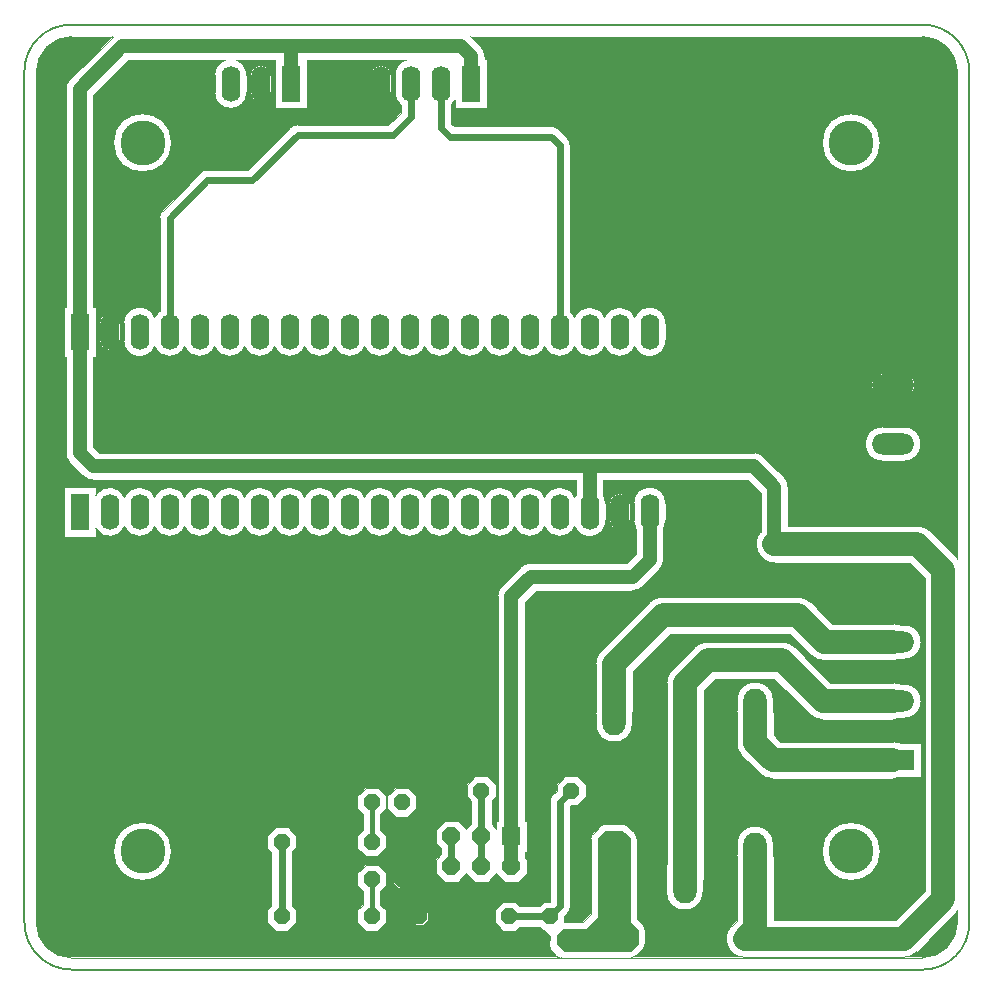
<source format=gbr>
G04 DesignSpark PCB Gerber Version 11.0 Build 5877*
%FSLAX35Y35*%
%MOIN*%
%AMT24*0 Octagon Pad at angle 0*4,1,8,-0.01077,-0.02600,0.01077,-0.02600,0.02600,-0.01077,0.02600,0.01077,0.01077,0.02600,-0.01077,0.02600,-0.02600,0.01077,-0.02600,-0.01077,-0.01077,-0.02600,0*%
%ADD24T24*%
%AMT73*0 Octagon Pad at angle 0*4,1,8,-0.01243,-0.03000,0.01243,-0.03000,0.03000,-0.01243,0.03000,0.01243,0.01243,0.03000,-0.01243,0.03000,-0.03000,0.01243,-0.03000,-0.01243,-0.01243,-0.03000,0*%
%ADD73T73*%
%ADD23O,0.06299X0.12000*%
%ADD28O,0.07800X0.15600*%
%ADD22R,0.06299X0.12000*%
%ADD72R,0.06000X0.06000*%
%ADD19C,0.00394*%
%ADD12C,0.00500*%
%ADD10C,0.01500*%
%ADD70C,0.02362*%
%ADD71C,0.04724*%
%ADD21C,0.06000*%
%ADD25C,0.06600*%
%ADD86C,0.07874*%
%ADD20C,0.14961*%
%ADD27O,0.14100X0.07050*%
%ADD26R,0.14100X0.07050*%
X0Y0D02*
D02*
D10*
X1758228Y1672638D02*
Y1660256D01*
Y1698268D02*
Y1685118D01*
D02*
D12*
X1957480Y1658031D02*
Y1941929D01*
G75*
G03*
X1941929Y1957480I-15551J0D01*
G01*
X1658031D01*
G75*
G03*
X1642520Y1941969I0J-15512D01*
G01*
Y1658268D01*
G75*
G03*
X1658268Y1642520I15748J0D01*
G01*
X1941969D01*
G75*
G03*
X1957480Y1658031I0J15512D01*
G01*
D02*
D19*
X1665504Y1846881D02*
Y1816652D01*
X1667322Y1814835D01*
X1885626D01*
G75*
G02*
X1888854Y1813499I4J-4559D01*
G01*
X1895743Y1806609D01*
G75*
G02*
X1897079Y1803386I-3224J-3224D01*
G01*
Y1790386D01*
X1940157D01*
G75*
G02*
X1944498Y1788586I0J-6134D01*
G01*
X1953192Y1779892D01*
G75*
G02*
X1953543Y1779510I-4337J-4341D01*
G01*
Y1941772D01*
G75*
G03*
X1941772Y1953543I-11772J0D01*
G01*
X1791248D01*
G75*
G02*
X1791334Y1953460I-3143J-3303D01*
G01*
X1794602Y1950192D01*
G75*
G02*
X1795937Y1946969I-3224J-3224D01*
G01*
Y1945991D01*
X1796725D01*
Y1929598D01*
X1786032D01*
Y1932312D01*
G75*
G02*
X1784756Y1930800I-4654J2632D01*
G01*
Y1924509D01*
X1785691Y1923575D01*
X1818110D01*
G75*
G02*
X1820502Y1922582I0J-3378D01*
G01*
X1823330Y1919754D01*
G75*
G02*
X1824323Y1917362I-2385J-2392D01*
G01*
Y1862073D01*
G75*
G02*
X1825945Y1859822I-3378J-4144D01*
G01*
G75*
G02*
X1835945I5000J-1893D01*
G01*
G75*
G02*
X1845945I5000J-1893D01*
G01*
G75*
G02*
X1856292Y1857928I5000J-1893D01*
G01*
Y1852228D01*
G75*
G02*
X1845945Y1850334I-5346J0D01*
G01*
G75*
G02*
X1835945I-5000J1893D01*
G01*
G75*
G02*
X1825945I-5000J1893D01*
G01*
G75*
G02*
X1815945I-5000J1893D01*
G01*
G75*
G02*
X1805945I-5000J1893D01*
G01*
G75*
G02*
X1795945I-5000J1893D01*
G01*
G75*
G02*
X1785945I-5000J1893D01*
G01*
G75*
G02*
X1775945I-5000J1893D01*
G01*
G75*
G02*
X1765945I-5000J1893D01*
G01*
G75*
G02*
X1755945I-5000J1893D01*
G01*
G75*
G02*
X1745945I-5000J1893D01*
G01*
G75*
G02*
X1735945I-5000J1893D01*
G01*
G75*
G02*
X1725945I-5000J1893D01*
G01*
G75*
G02*
X1715945I-5000J1893D01*
G01*
G75*
G02*
X1705945I-5000J1893D01*
G01*
G75*
G02*
X1695945I-5000J1893D01*
G01*
G75*
G02*
X1685945I-5000J1893D01*
G01*
G75*
G02*
X1675599Y1852228I-5000J1893D01*
G01*
Y1857928D01*
G75*
G02*
X1685945Y1859822I5346J0D01*
G01*
G75*
G02*
X1687567Y1862072I5000J-1893D01*
G01*
Y1893106D01*
G75*
G02*
Y1893109I1014J2D01*
G01*
G75*
G02*
Y1893110I765J0D01*
G01*
G75*
G02*
X1688556Y1895499I3378J0D01*
G01*
X1701115Y1908058D01*
G75*
G02*
X1703508Y1909047I2389J-2389D01*
G01*
X1717144D01*
X1731194Y1923097D01*
G75*
G02*
X1733587Y1924087I2389J-2389D01*
G01*
X1763876D01*
X1768000Y1928210D01*
Y1930800D01*
G75*
G02*
X1766032Y1934944I3378J4144D01*
G01*
Y1940645D01*
G75*
G02*
X1769572Y1945677I5346J0D01*
G01*
X1736607D01*
Y1929598D01*
X1725914D01*
Y1945677D01*
X1713066D01*
G75*
G02*
X1716607Y1940645I-1806J-5032D01*
G01*
Y1934944D01*
G75*
G02*
X1705914I-5346J0D01*
G01*
Y1940645D01*
G75*
G02*
X1709454Y1945677I5346J0D01*
G01*
X1677046D01*
X1665504Y1934135D01*
Y1863275D01*
X1666292D01*
Y1846881D01*
X1665504D01*
X1908433Y1918110D02*
G75*
G02*
X1927787I9677J0D01*
G01*
G75*
G02*
X1908433I-9677J0D01*
G01*
X1935611Y1823440D02*
G75*
G02*
Y1811995I0J-5722D01*
G01*
X1928563D01*
G75*
G02*
Y1823440I0J5722D01*
G01*
X1935611D01*
Y1841121D02*
G75*
G02*
X1939331Y1837401I0J-3720D01*
G01*
G75*
G02*
X1935611Y1833680I-3720J0D01*
G01*
X1928563D01*
G75*
G02*
X1924843Y1837401I0J3720D01*
G01*
G75*
G02*
X1928563Y1841121I3720J0D01*
G01*
X1935611D01*
X1758032Y1940645D02*
G75*
G02*
X1764721I3344J0D01*
G01*
Y1934944D01*
G75*
G02*
X1758032I-3344J0D01*
G01*
Y1940645D01*
X1717914D02*
G75*
G02*
X1724603I3344J0D01*
G01*
Y1934944D01*
G75*
G02*
X1717914I-3344J0D01*
G01*
Y1940645D01*
X1667599Y1857928D02*
G75*
G02*
X1674288I3344J0D01*
G01*
Y1852228D01*
G75*
G02*
X1667599I-3344J0D01*
G01*
Y1857928D01*
X1672213Y1918110D02*
G75*
G02*
X1691567I9677J0D01*
G01*
G75*
G02*
X1672213I-9677J0D01*
G01*
X1665701Y1817718D02*
G36*
X1665701Y1817718D02*
Y1816456D01*
X1667322Y1814835D01*
X1885626D01*
G75*
G02*
X1888854Y1813499I3J-4561D01*
G01*
X1895743Y1806609D01*
G75*
G02*
X1897079Y1803386I-3226J-3225D01*
G01*
Y1790386D01*
X1940157D01*
G75*
G02*
X1944498Y1788586I0J-6133D01*
G01*
X1953192Y1779892D01*
G75*
G02*
X1953346Y1779732I-4501J-4490D01*
G01*
Y1817718D01*
X1941333D01*
G75*
G02*
X1935611Y1811995I-5722J0D01*
G01*
X1928563D01*
G75*
G02*
X1922841Y1817718I0J5722D01*
G01*
X1665701D01*
G37*
Y1837401D02*
G36*
X1665701Y1837401D02*
Y1817718D01*
X1922841D01*
G75*
G02*
X1928563Y1823440I5722J0D01*
G01*
X1935611D01*
G75*
G02*
X1941333Y1817718I0J-5722D01*
G01*
X1953346D01*
Y1837401D01*
X1939331D01*
G75*
G02*
X1935611Y1833680I-3720J0D01*
G01*
X1928563D01*
G75*
G02*
X1924843Y1837401I0J3720D01*
G01*
X1665701D01*
G37*
Y1846881D02*
G36*
X1665701Y1846881D02*
Y1837401D01*
X1924843D01*
G75*
G02*
X1928563Y1841121I3720J0D01*
G01*
X1935611D01*
G75*
G02*
X1939331Y1837401I0J-3720D01*
G01*
X1953346D01*
Y1855078D01*
X1856292D01*
Y1852228D01*
G75*
G02*
X1845945Y1850334I-5346J0D01*
G01*
G75*
G02*
X1835945I-5000J1893D01*
G01*
G75*
G02*
X1825945I-5000J1893D01*
G01*
G75*
G02*
X1815945I-5000J1893D01*
G01*
G75*
G02*
X1805945I-5000J1893D01*
G01*
G75*
G02*
X1795945I-5000J1893D01*
G01*
G75*
G02*
X1785945I-5000J1893D01*
G01*
G75*
G02*
X1775945I-5000J1893D01*
G01*
G75*
G02*
X1765945I-5000J1893D01*
G01*
G75*
G02*
X1755945I-5000J1893D01*
G01*
G75*
G02*
X1745945I-5000J1893D01*
G01*
G75*
G02*
X1735945I-5000J1893D01*
G01*
G75*
G02*
X1725945I-5000J1893D01*
G01*
G75*
G02*
X1715945I-5000J1893D01*
G01*
G75*
G02*
X1705945I-5000J1893D01*
G01*
G75*
G02*
X1695945I-5000J1893D01*
G01*
G75*
G02*
X1685945I-5000J1893D01*
G01*
G75*
G02*
X1675599Y1852228I-5000J1893D01*
G01*
Y1855078D01*
X1674288D01*
Y1852228D01*
G75*
G02*
X1667599I-3344J0D01*
G01*
Y1855078D01*
X1666292D01*
Y1846881D01*
X1665701D01*
G37*
Y1918110D02*
G36*
X1665701Y1918110D02*
Y1863275D01*
X1666292D01*
Y1855078D01*
X1667599D01*
Y1857928D01*
G75*
G02*
X1674288I3344J0D01*
G01*
Y1855078D01*
X1675599D01*
Y1857928D01*
G75*
G02*
X1685945Y1859822I5346J0D01*
G01*
G75*
G02*
X1687567Y1862072I4996J-1891D01*
G01*
Y1893106D01*
Y1893109D01*
Y1893110D01*
G75*
G02*
X1688556Y1895499I3378J0D01*
G01*
X1701115Y1908058D01*
G75*
G02*
X1703508Y1909047I2388J-2387D01*
G01*
X1717144D01*
X1726207Y1918110D01*
X1691567D01*
G75*
G02*
X1672213I-9677J0D01*
G01*
X1665701D01*
G37*
X1824323Y1917362D02*
G36*
X1824323Y1917362D02*
Y1862073D01*
G75*
G02*
X1825945Y1859822I-3377J-4144D01*
G01*
G75*
G02*
X1835945I5000J-1893D01*
G01*
G75*
G02*
X1845945I5000J-1893D01*
G01*
G75*
G02*
X1856292Y1857928I5000J-1893D01*
G01*
Y1855078D01*
X1953346D01*
Y1918110D01*
X1927787D01*
G75*
G02*
X1908433I-9677J0D01*
G01*
X1824239D01*
G75*
G02*
X1824323Y1917362I-3297J-748D01*
G01*
G37*
X1665701Y1934332D02*
G36*
X1665701Y1934332D02*
Y1918110D01*
X1672213D01*
G75*
G02*
X1691567I9677J0D01*
G01*
X1726207D01*
X1731194Y1923097D01*
G75*
G02*
X1733587Y1924087I2388J-2387D01*
G01*
X1763876D01*
X1768000Y1928210D01*
Y1930800D01*
G75*
G02*
X1766032Y1934944I3377J4143D01*
G01*
Y1934944D01*
Y1937794D01*
X1764721D01*
Y1934944D01*
G75*
G02*
X1758032I-3344J0D01*
G01*
Y1937794D01*
X1736607D01*
Y1929598D01*
X1725914D01*
Y1937794D01*
X1724603D01*
Y1934944D01*
G75*
G02*
X1717914I-3344J0D01*
G01*
Y1937794D01*
X1716607D01*
Y1934944D01*
G75*
G02*
X1705914I-5346J0D01*
G01*
Y1937794D01*
X1669163D01*
X1665701Y1934332D01*
G37*
X1784756Y1930800D02*
G36*
X1784756Y1930800D02*
Y1924509D01*
X1785691Y1923575D01*
X1818110D01*
G75*
G02*
X1820502Y1922582I-1J-3381D01*
G01*
X1823330Y1919754D01*
G75*
G02*
X1824239Y1918110I-2388J-2394D01*
G01*
X1908433D01*
G75*
G02*
X1927787I9677J0D01*
G01*
X1953346D01*
Y1937794D01*
X1796725D01*
Y1929598D01*
X1786032D01*
Y1932312D01*
G75*
G02*
X1784756Y1930800I-4647J2627D01*
G01*
G37*
X1677046Y1945677D02*
G36*
X1677046Y1945677D02*
X1669163Y1937794D01*
X1705914D01*
Y1940645D01*
Y1940645D01*
G75*
G02*
X1709454Y1945677I5346J0D01*
G01*
X1677046D01*
G37*
X1716607Y1940645D02*
G36*
X1716607Y1940645D02*
Y1937794D01*
X1717914D01*
Y1940645D01*
G75*
G02*
X1724603I3344J0D01*
G01*
Y1937794D01*
X1725914D01*
Y1945677D01*
X1713066D01*
G75*
G02*
X1716607Y1940645I-1806J-5032D01*
G01*
Y1940645D01*
G37*
X1736607Y1945677D02*
G36*
X1736607Y1945677D02*
Y1937794D01*
X1758032D01*
Y1940645D01*
G75*
G02*
X1764721I3344J0D01*
G01*
Y1937794D01*
X1766032D01*
Y1940645D01*
Y1940645D01*
G75*
G02*
X1769572Y1945677I5346J0D01*
G01*
X1736607D01*
G37*
X1791447Y1953346D02*
G36*
X1791447Y1953346D02*
X1794602Y1950192D01*
G75*
G02*
X1795937Y1946969I-3226J-3225D01*
G01*
Y1945991D01*
X1796725D01*
Y1937794D01*
X1953346D01*
Y1943915D01*
G75*
G03*
X1943915Y1953346I-11575J-2144D01*
G01*
X1791447D01*
G37*
X1821116Y1646457D02*
G75*
G02*
X1820118Y1646850I197J1959D01*
G01*
X1819685Y1647166D01*
X1818937Y1647913D01*
G75*
G02*
X1817441Y1650865I2815J3282D01*
G01*
Y1650866D01*
G75*
G02*
X1817554Y1652388I2177J604D01*
G01*
Y1653636D01*
X1814312Y1656878D01*
X1807499D01*
X1806080Y1655459D01*
X1802109D01*
X1799298Y1658270D01*
Y1662242D01*
X1802109Y1665053D01*
X1806080D01*
X1807499Y1663634D01*
X1814312D01*
X1815731Y1665053D01*
X1817736D01*
X1817764Y1665080D01*
Y1698500D01*
G75*
G02*
Y1698503I1014J2D01*
G01*
G75*
G02*
Y1698504I765J0D01*
G01*
G75*
G02*
X1818753Y1700893I3378J0D01*
G01*
X1820046Y1702185D01*
Y1704191D01*
X1822857Y1707002D01*
X1826828D01*
X1829639Y1704191D01*
Y1700219D01*
X1826828Y1697408D01*
X1824823D01*
X1824520Y1697105D01*
Y1663685D01*
G75*
G02*
Y1663682I-1014J-2D01*
G01*
G75*
G02*
Y1663681I-765J0D01*
G01*
G75*
G02*
X1823530Y1661293I-3378J0D01*
G01*
X1822513Y1660276D01*
Y1658535D01*
X1828615D01*
X1831228Y1661149D01*
Y1686102D01*
G75*
G02*
X1831930Y1687795I2394J0D01*
G01*
X1834489Y1690354D01*
G75*
G02*
X1836183Y1691055I1693J-1693D01*
G01*
X1841849D01*
G75*
G02*
X1843543Y1690354I1J-2394D01*
G01*
X1845944Y1687952D01*
G75*
G02*
X1846646Y1686260I-1693J-1693D01*
G01*
Y1659495D01*
X1848700Y1657441D01*
G75*
G02*
X1849402Y1655748I-1693J-1693D01*
G01*
Y1651063D01*
G75*
G02*
X1848700Y1649370I-2394J0D01*
G01*
X1846496Y1647166D01*
G75*
G02*
X1844802Y1646465I-1693J1693D01*
G01*
X1821576D01*
G75*
G02*
X1821509Y1646457I-263J1952D01*
G01*
X1941811D01*
G75*
G03*
X1953543Y1658189I0J11732D01*
G01*
Y1662104D01*
G75*
G02*
X1953192Y1661722I-4688J3959D01*
G01*
X1939892Y1648422D01*
G75*
G02*
X1935551Y1646622I-4341J4334D01*
G01*
X1882697D01*
G75*
G02*
X1878331Y1657163I-99J6133D01*
G01*
X1879965Y1658796D01*
Y1680343D01*
G75*
G02*
X1880000Y1681004I6133J0D01*
G01*
Y1684243D01*
G75*
G02*
X1892195I6098J0D01*
G01*
Y1681015D01*
G75*
G02*
X1892232Y1680343I-6097J-673D01*
G01*
Y1658890D01*
X1933011D01*
X1942724Y1668604D01*
Y1773011D01*
X1937617Y1778118D01*
X1892520D01*
G75*
G02*
X1887961Y1788356I0J6134D01*
G01*
Y1801497D01*
X1883741Y1805717D01*
X1835504D01*
Y1800722D01*
G75*
G02*
X1836292Y1797928I-4559J-2793D01*
G01*
Y1792228D01*
G75*
G02*
X1825945Y1790334I-5346J0D01*
G01*
G75*
G02*
X1815945I-5000J1893D01*
G01*
G75*
G02*
X1805945I-5000J1893D01*
G01*
G75*
G02*
X1795945I-5000J1893D01*
G01*
G75*
G02*
X1785945I-5000J1893D01*
G01*
G75*
G02*
X1775945I-5000J1893D01*
G01*
G75*
G02*
X1765945I-5000J1893D01*
G01*
G75*
G02*
X1755945I-5000J1893D01*
G01*
G75*
G02*
X1745945I-5000J1893D01*
G01*
G75*
G02*
X1735945I-5000J1893D01*
G01*
G75*
G02*
X1725945I-5000J1893D01*
G01*
G75*
G02*
X1715945I-5000J1893D01*
G01*
G75*
G02*
X1705945I-5000J1893D01*
G01*
G75*
G02*
X1695945I-5000J1893D01*
G01*
G75*
G02*
X1685945I-5000J1893D01*
G01*
G75*
G02*
X1675945I-5000J1893D01*
G01*
G75*
G02*
X1666292Y1789595I-5000J1893D01*
G01*
Y1786881D01*
X1655599D01*
Y1803275D01*
X1666292D01*
Y1800561D01*
G75*
G02*
X1675945Y1799822I4654J-2632D01*
G01*
G75*
G02*
X1685945I5000J-1893D01*
G01*
G75*
G02*
X1695945I5000J-1893D01*
G01*
G75*
G02*
X1705945I5000J-1893D01*
G01*
G75*
G02*
X1715945I5000J-1893D01*
G01*
G75*
G02*
X1725945I5000J-1893D01*
G01*
G75*
G02*
X1735945I5000J-1893D01*
G01*
G75*
G02*
X1745945I5000J-1893D01*
G01*
G75*
G02*
X1755945I5000J-1893D01*
G01*
G75*
G02*
X1765945I5000J-1893D01*
G01*
G75*
G02*
X1775945I5000J-1893D01*
G01*
G75*
G02*
X1785945I5000J-1893D01*
G01*
G75*
G02*
X1795945I5000J-1893D01*
G01*
G75*
G02*
X1805945I5000J-1893D01*
G01*
G75*
G02*
X1815945I5000J-1893D01*
G01*
G75*
G02*
X1825945I5000J-1893D01*
G01*
G75*
G02*
X1826386Y1800720I5000J-1894D01*
G01*
Y1805717D01*
X1665437D01*
G75*
G02*
X1662209Y1807052I-4J4559D01*
G01*
X1657721Y1811540D01*
G75*
G02*
X1656386Y1814764I3224J3224D01*
G01*
Y1846881D01*
X1655599D01*
Y1863275D01*
X1656386D01*
Y1936024D01*
G75*
G02*
X1657721Y1939247I4559J0D01*
G01*
X1671934Y1953460D01*
G75*
G02*
X1672019Y1953543I3228J-3219D01*
G01*
X1658268D01*
G75*
G03*
X1646457Y1941732I0J-11811D01*
G01*
Y1657992D01*
G75*
G03*
X1657992Y1646457I11535J0D01*
G01*
X1821116D01*
X1672213Y1681890D02*
G75*
G02*
X1691567I9677J0D01*
G01*
G75*
G02*
X1672213I-9677J0D01*
G01*
X1730214Y1689915D02*
X1733025Y1687104D01*
Y1683132D01*
X1731606Y1681713D01*
Y1663661D01*
X1733025Y1662242D01*
Y1658270D01*
X1730214Y1655459D01*
X1726243D01*
X1723431Y1658270D01*
Y1662242D01*
X1724850Y1663661D01*
Y1681713D01*
X1723431Y1683132D01*
Y1687104D01*
X1726243Y1689915D01*
X1730214D01*
X1760214Y1677435D02*
X1763025Y1674624D01*
Y1670652D01*
X1761175Y1668802D01*
Y1664092D01*
X1763025Y1662242D01*
Y1658270D01*
X1760214Y1655459D01*
X1756243D01*
X1753431Y1658270D01*
Y1662242D01*
X1755281Y1664092D01*
Y1668802D01*
X1753431Y1670652D01*
Y1674624D01*
X1756243Y1677435D01*
X1760214D01*
Y1703065D02*
X1763025Y1700254D01*
Y1696282D01*
X1761175Y1694432D01*
Y1688954D01*
X1763025Y1687104D01*
Y1683132D01*
X1760214Y1680321D01*
X1756243D01*
X1753431Y1683132D01*
Y1687104D01*
X1755281Y1688954D01*
Y1694432D01*
X1753431Y1696282D01*
Y1700254D01*
X1756243Y1703065D01*
X1760214D01*
X1769385Y1675433D02*
X1771023Y1673794D01*
Y1671481D01*
X1769385Y1669843D01*
X1767072D01*
X1765433Y1671481D01*
Y1673794D01*
X1767072Y1675433D01*
X1769385D01*
X1770214Y1703065D02*
X1773025Y1700254D01*
Y1696282D01*
X1770214Y1693471D01*
X1766243D01*
X1763431Y1696282D01*
Y1700254D01*
X1766243Y1703065D01*
X1770214D01*
X1775251Y1663051D02*
X1776889Y1661413D01*
Y1659099D01*
X1775251Y1657461D01*
X1772938D01*
X1771300Y1659099D01*
Y1661413D01*
X1772938Y1663051D01*
X1775251D01*
X1813873Y1655551D02*
X1815511Y1653913D01*
Y1651599D01*
X1813873Y1649961D01*
X1811560D01*
X1809922Y1651599D01*
Y1653913D01*
X1811560Y1655551D01*
X1813873D01*
X1837599Y1797928D02*
G75*
G02*
X1844288I3344J0D01*
G01*
Y1792228D01*
G75*
G02*
X1837599I-3344J0D01*
G01*
Y1797928D01*
X1845599D02*
G75*
G02*
X1856292I5346J0D01*
G01*
Y1792228D01*
G75*
G02*
X1855504Y1789434I-5346J0D01*
G01*
Y1779094D01*
G75*
G02*
X1854165Y1775867I-4559J0D01*
G01*
X1848504Y1770206D01*
G75*
G02*
X1845276Y1768866I-3228J3220D01*
G01*
X1813148D01*
X1809402Y1765119D01*
Y1692125D01*
X1810040D01*
Y1681731D01*
X1809402D01*
Y1679719D01*
X1810039Y1679081D01*
Y1674778D01*
X1806994Y1671732D01*
X1802691D01*
X1799843Y1674581D01*
X1796994Y1671732D01*
X1792691D01*
X1789843Y1674581D01*
X1786994Y1671732D01*
X1782691D01*
X1779646Y1674778D01*
Y1679081D01*
X1781465Y1680900D01*
Y1682959D01*
X1779646Y1684778D01*
Y1689081D01*
X1782691Y1692126D01*
X1786994D01*
X1789843Y1689278D01*
X1791465Y1690900D01*
Y1698800D01*
X1790046Y1700219D01*
Y1704191D01*
X1792857Y1707002D01*
X1796828D01*
X1799639Y1704191D01*
Y1700219D01*
X1798220Y1698800D01*
Y1690900D01*
X1799646Y1689474D01*
Y1692125D01*
X1800283D01*
Y1767008D01*
G75*
G02*
X1801619Y1770231I4559J0D01*
G01*
X1808036Y1776649D01*
G75*
G02*
X1811264Y1777984I3224J-3224D01*
G01*
X1843387D01*
X1846386Y1780983D01*
Y1789435D01*
G75*
G02*
X1845599Y1792228I4559J2792D01*
G01*
Y1797928D01*
X1908433Y1681890D02*
G75*
G02*
X1927787I9677J0D01*
G01*
G75*
G02*
X1908433I-9677J0D01*
G01*
X1934371Y1718046D02*
X1941414D01*
Y1706602D01*
X1934377D01*
G75*
G02*
X1932165Y1706189I-2211J5721D01*
G01*
X1891925D01*
G75*
G02*
X1887584Y1707989I0J6134D01*
G01*
X1881765Y1713809D01*
G75*
G02*
X1879965Y1718150I4334J4341D01*
G01*
Y1728343D01*
G75*
G02*
X1880000Y1729004I6133J0D01*
G01*
Y1732243D01*
G75*
G02*
X1892195I6098J0D01*
G01*
Y1729015D01*
G75*
G02*
X1892232Y1728343I-6097J-673D01*
G01*
Y1720690D01*
X1894466Y1718457D01*
X1932165D01*
G75*
G02*
X1934371Y1718046I0J-6134D01*
G01*
X1935689Y1737731D02*
G75*
G02*
Y1726287I0J-5722D01*
G01*
X1934377D01*
G75*
G02*
X1932165Y1725874I-2211J5721D01*
G01*
X1908642D01*
G75*
G02*
X1904301Y1727674I0J6134D01*
G01*
X1892519Y1739457D01*
X1872856D01*
X1868929Y1735530D01*
Y1672343D01*
G75*
G02*
X1868695Y1670665I-6134J0D01*
G01*
Y1668444D01*
G75*
G02*
X1856500I-6097J0D01*
G01*
Y1671681D01*
G75*
G02*
Y1673004I6096J662D01*
G01*
Y1676243D01*
G75*
G02*
X1856661Y1677635I6098J0D01*
G01*
Y1738071D01*
G75*
G02*
X1858461Y1742412I6134J0D01*
G01*
X1865974Y1749924D01*
G75*
G02*
X1870315Y1751724I4341J-4334D01*
G01*
X1895059D01*
G75*
G02*
X1899400Y1749924I0J-6134D01*
G01*
X1911182Y1738142D01*
X1932165D01*
G75*
G02*
X1934371Y1737731I0J-6134D01*
G01*
X1935689D01*
Y1757417D02*
G75*
G02*
Y1745972I0J-5722D01*
G01*
X1934377D01*
G75*
G02*
X1932165Y1745559I-2211J5721D01*
G01*
X1909173D01*
G75*
G02*
X1904832Y1747359I0J6134D01*
G01*
X1897774Y1754417D01*
X1857777D01*
X1845232Y1741873D01*
Y1728343D01*
G75*
G02*
X1845195Y1727670I-6134J0D01*
G01*
Y1724444D01*
G75*
G02*
X1833000I-6097J0D01*
G01*
Y1727681D01*
G75*
G02*
X1832965Y1728343I6097J662D01*
G01*
Y1744413D01*
G75*
G02*
X1834765Y1748754I6134J0D01*
G01*
X1850895Y1764885D01*
G75*
G02*
X1855236Y1766685I4341J-4334D01*
G01*
X1900315D01*
G75*
G02*
X1904656Y1764885I0J-6134D01*
G01*
X1911714Y1757827D01*
X1932165D01*
G75*
G02*
X1934371Y1757417I0J-6134D01*
G01*
X1935689D01*
X1647714Y1652756D02*
G36*
X1647714Y1652756D02*
G75*
G03*
X1655870Y1646654I10279J5237D01*
G01*
X1820434D01*
G75*
G02*
X1820118Y1646850I878J1763D01*
G01*
X1819685Y1647166D01*
X1818937Y1647913D01*
G75*
G02*
X1817441Y1650865I2814J3281D01*
G01*
Y1650866D01*
G75*
G02*
X1817359Y1651470I2176J604D01*
G01*
G75*
G02*
X1817554Y1652388I2259J0D01*
G01*
Y1652756D01*
X1815511D01*
Y1651599D01*
X1813873Y1649961D01*
X1811560D01*
X1809922Y1651599D01*
Y1652756D01*
X1647714D01*
G37*
X1846496Y1647166D02*
G36*
X1846496Y1647166D02*
G75*
G02*
X1845735Y1646654I-1692J1691D01*
G01*
X1881970D01*
G75*
G02*
X1876464Y1652756I629J6102D01*
G01*
X1849402D01*
Y1651063D01*
G75*
G02*
X1848700Y1649370I-2393J0D01*
G01*
X1846496Y1647166D01*
G37*
X1939892Y1648422D02*
G36*
X1939892Y1648422D02*
G75*
G02*
X1936172Y1646654I-4341J4333D01*
G01*
X1943951D01*
G75*
G03*
X1952209Y1652756I-2140J11536D01*
G01*
X1944226D01*
X1939892Y1648422D01*
G37*
X1646654Y1660256D02*
G36*
X1646654Y1660256D02*
Y1655870D01*
G75*
G03*
X1647714Y1652756I11340J2122D01*
G01*
X1809922D01*
Y1653913D01*
X1811560Y1655551D01*
X1813873D01*
X1815511Y1653913D01*
Y1652756D01*
X1817554D01*
Y1653636D01*
X1814312Y1656878D01*
X1807499D01*
X1806080Y1655459D01*
X1802109D01*
X1799298Y1658270D01*
Y1660256D01*
X1776889D01*
Y1659099D01*
X1775251Y1657461D01*
X1772938D01*
X1771300Y1659099D01*
Y1660256D01*
X1763025D01*
Y1658270D01*
X1760214Y1655459D01*
X1756243D01*
X1753431Y1658270D01*
Y1660256D01*
X1733025D01*
Y1658270D01*
X1730214Y1655459D01*
X1726243D01*
X1723431Y1658270D01*
Y1660256D01*
X1646654D01*
G37*
X1822513D02*
G36*
X1822513Y1660256D02*
Y1658535D01*
X1828615D01*
X1830335Y1660256D01*
X1822513D01*
G37*
X1846646D02*
G36*
X1846646Y1660256D02*
Y1659495D01*
X1848700Y1657441D01*
G75*
G02*
X1849402Y1655748I-1692J-1693D01*
G01*
Y1652756D01*
X1876464D01*
G75*
G02*
X1878331Y1657163I6135J0D01*
G01*
X1879965Y1658796D01*
Y1660256D01*
X1846646D01*
G37*
X1892232D02*
G36*
X1892232Y1660256D02*
Y1658890D01*
X1933011D01*
X1934377Y1660256D01*
X1892232D01*
G37*
X1951726D02*
G36*
X1951726Y1660256D02*
X1944226Y1652756D01*
X1952209D01*
G75*
G03*
X1953346Y1656049I-10399J5433D01*
G01*
Y1660256D01*
X1951726D01*
G37*
X1646654Y1666447D02*
G36*
X1646654Y1666447D02*
Y1660256D01*
X1723431D01*
Y1662242D01*
X1724850Y1663661D01*
Y1666447D01*
X1646654D01*
G37*
X1731606D02*
G36*
X1731606Y1666447D02*
Y1663661D01*
X1733025Y1662242D01*
Y1660256D01*
X1753431D01*
Y1662242D01*
X1755281Y1664092D01*
Y1666447D01*
X1731606D01*
G37*
X1761175D02*
G36*
X1761175Y1666447D02*
Y1664092D01*
X1763025Y1662242D01*
Y1660256D01*
X1771300D01*
Y1661413D01*
X1772938Y1663051D01*
X1775251D01*
X1776889Y1661413D01*
Y1660256D01*
X1799298D01*
Y1662242D01*
X1802109Y1665053D01*
X1806080D01*
X1807499Y1663634D01*
X1814312D01*
X1815731Y1665053D01*
X1817736D01*
X1817764Y1665080D01*
Y1666447D01*
X1761175D01*
G37*
X1822513Y1660276D02*
G36*
X1822513Y1660276D02*
Y1660256D01*
X1830335D01*
X1831228Y1661149D01*
Y1666447D01*
X1824520D01*
Y1663685D01*
Y1663682D01*
Y1663681D01*
G75*
G02*
X1823530Y1661293I-3378J0D01*
G01*
X1822513Y1660276D01*
G37*
X1846646Y1666447D02*
G36*
X1846646Y1666447D02*
Y1660256D01*
X1879965D01*
Y1666447D01*
X1868359D01*
G75*
G02*
X1856837I-5761J1997D01*
G01*
X1846646D01*
G37*
X1892232D02*
G36*
X1892232Y1666447D02*
Y1660256D01*
X1934377D01*
X1940568Y1666447D01*
X1892232D01*
G37*
X1953192Y1661722D02*
G36*
X1953192Y1661722D02*
X1951726Y1660256D01*
X1953346D01*
Y1661882D01*
G75*
G02*
X1953192Y1661722I-4656J4330D01*
G01*
G37*
X1646654Y1672638D02*
G36*
X1646654Y1672638D02*
Y1666447D01*
X1724850D01*
Y1672638D01*
X1684727D01*
G75*
G02*
X1679053I-2837J9252D01*
G01*
X1646654D01*
G37*
X1731606D02*
G36*
X1731606Y1672638D02*
Y1666447D01*
X1755281D01*
Y1668802D01*
X1753431Y1670652D01*
Y1672638D01*
X1731606D01*
G37*
X1761175Y1668802D02*
G36*
X1761175Y1668802D02*
Y1666447D01*
X1817764D01*
Y1672638D01*
X1807900D01*
X1806994Y1671732D01*
X1802691D01*
X1801785Y1672638D01*
X1797900D01*
X1796994Y1671732D01*
X1792691D01*
X1791785Y1672638D01*
X1787900D01*
X1786994Y1671732D01*
X1782691D01*
X1781785Y1672638D01*
X1771023D01*
Y1671481D01*
X1769385Y1669843D01*
X1767072D01*
X1765433Y1671481D01*
Y1672638D01*
X1763025D01*
Y1670652D01*
X1761175Y1668802D01*
G37*
X1824520Y1672638D02*
G36*
X1824520Y1672638D02*
Y1666447D01*
X1831228D01*
Y1672638D01*
X1824520D01*
G37*
X1846646D02*
G36*
X1846646Y1672638D02*
Y1666447D01*
X1856837D01*
G75*
G02*
X1856500Y1668444I5761J1998D01*
G01*
Y1671681D01*
G75*
G02*
X1856465Y1672343I6095J662D01*
G01*
G75*
G02*
X1856472Y1672638I6132J0D01*
G01*
X1846646D01*
G37*
X1868695Y1668444D02*
G36*
X1868695Y1668444D02*
G75*
G02*
X1868359Y1666447I-6098J1D01*
G01*
X1879965D01*
Y1672638D01*
X1868929D01*
Y1672343D01*
G75*
G02*
Y1672341I-6767J0D01*
G01*
G75*
G02*
X1868695Y1670665I-6126J0D01*
G01*
Y1668444D01*
G37*
X1892232Y1672638D02*
G36*
X1892232Y1672638D02*
Y1666447D01*
X1940568D01*
X1942724Y1668604D01*
Y1672638D01*
X1920947D01*
G75*
G02*
X1915273I-2837J9252D01*
G01*
X1892232D01*
G37*
X1646654Y1681890D02*
G36*
X1646654Y1681890D02*
Y1672638D01*
X1679053D01*
G75*
G02*
X1672213Y1681890I2837J9252D01*
G01*
X1646654D01*
G37*
X1691567D02*
G36*
X1691567Y1681890D02*
G75*
G02*
X1684727Y1672638I-9677J0D01*
G01*
X1724850D01*
Y1681713D01*
X1724674Y1681890D01*
X1691567D01*
G37*
X1731606Y1681713D02*
G36*
X1731606Y1681713D02*
Y1672638D01*
X1753431D01*
Y1674624D01*
X1756243Y1677435D01*
X1760214D01*
X1763025Y1674624D01*
Y1672638D01*
X1765433D01*
Y1673794D01*
X1767072Y1675433D01*
X1769385D01*
X1771023Y1673794D01*
Y1672638D01*
X1781785D01*
X1779646Y1674778D01*
Y1679081D01*
X1781465Y1680900D01*
Y1681890D01*
X1761783D01*
X1760214Y1680321D01*
X1756243D01*
X1754674Y1681890D01*
X1731783D01*
X1731606Y1681713D01*
G37*
X1789843Y1674581D02*
G36*
X1789843Y1674581D02*
X1787900Y1672638D01*
X1791785D01*
X1789843Y1674581D01*
G37*
X1799843D02*
G36*
X1799843Y1674581D02*
X1797900Y1672638D01*
X1801785D01*
X1799843Y1674581D01*
G37*
X1809402Y1681731D02*
G36*
X1809402Y1681731D02*
Y1679719D01*
X1810039Y1679081D01*
Y1674778D01*
X1807900Y1672638D01*
X1817764D01*
Y1681890D01*
X1810040D01*
Y1681731D01*
X1809402D01*
G37*
X1824520Y1681890D02*
G36*
X1824520Y1681890D02*
Y1672638D01*
X1831228D01*
Y1681890D01*
X1824520D01*
G37*
X1846646D02*
G36*
X1846646Y1681890D02*
Y1672638D01*
X1856472D01*
G75*
G02*
X1856500Y1673004I6124J-296D01*
G01*
Y1676243D01*
G75*
G02*
X1856661Y1677635I6121J-3D01*
G01*
Y1681890D01*
X1846646D01*
G37*
X1868929D02*
G36*
X1868929Y1681890D02*
Y1672638D01*
X1879965D01*
Y1680343D01*
G75*
G02*
X1880000Y1681004I6191J-3D01*
G01*
Y1681890D01*
X1868929D01*
G37*
X1892195D02*
G36*
X1892195Y1681890D02*
Y1681015D01*
G75*
G02*
X1892232Y1680343I-6224J-680D01*
G01*
Y1672638D01*
X1915273D01*
G75*
G02*
X1908433Y1681890I2837J9252D01*
G01*
X1892195D01*
G37*
X1927787D02*
G36*
X1927787Y1681890D02*
G75*
G02*
X1920947Y1672638I-9677J0D01*
G01*
X1942724D01*
Y1681890D01*
X1927787D01*
G37*
X1646654Y1698268D02*
G36*
X1646654Y1698268D02*
Y1681890D01*
X1672213D01*
G75*
G02*
X1691567I9677J0D01*
G01*
X1724674D01*
X1723431Y1683132D01*
Y1687104D01*
X1726243Y1689915D01*
X1730214D01*
X1733025Y1687104D01*
Y1683132D01*
X1731783Y1681890D01*
X1754674D01*
X1753431Y1683132D01*
Y1687104D01*
X1755281Y1688954D01*
Y1694432D01*
X1753431Y1696282D01*
Y1698268D01*
X1646654D01*
G37*
X1761175Y1694432D02*
G36*
X1761175Y1694432D02*
Y1688954D01*
X1763025Y1687104D01*
Y1683132D01*
X1761783Y1681890D01*
X1781465D01*
Y1682959D01*
X1779646Y1684778D01*
Y1689081D01*
X1782691Y1692126D01*
X1786994D01*
X1789843Y1689278D01*
X1791465Y1690900D01*
Y1698268D01*
X1773025D01*
Y1696282D01*
X1770214Y1693471D01*
X1766243D01*
X1763431Y1696282D01*
Y1698268D01*
X1763025D01*
Y1696282D01*
X1761175Y1694432D01*
G37*
X1798220Y1698268D02*
G36*
X1798220Y1698268D02*
Y1690900D01*
X1799646Y1689474D01*
Y1692125D01*
X1800283D01*
Y1698268D01*
X1798220D01*
G37*
X1809402D02*
G36*
X1809402Y1698268D02*
Y1692125D01*
X1810040D01*
Y1681890D01*
X1817764D01*
Y1698268D01*
X1809402D01*
G37*
X1824520Y1697105D02*
G36*
X1824520Y1697105D02*
Y1681890D01*
X1831228D01*
Y1686102D01*
G75*
G02*
X1831930Y1687795I2393J0D01*
G01*
X1834489Y1690354D01*
G75*
G02*
X1836183Y1691055I1692J-1691D01*
G01*
X1841849D01*
G75*
G02*
X1843543Y1690354I2J-2393D01*
G01*
X1845944Y1687952D01*
G75*
G02*
X1846646Y1686260I-1692J-1693D01*
G01*
Y1681890D01*
X1856661D01*
Y1698268D01*
X1827688D01*
X1826828Y1697408D01*
X1824823D01*
X1824520Y1697105D01*
G37*
X1868929Y1698268D02*
G36*
X1868929Y1698268D02*
Y1681890D01*
X1880000D01*
Y1684243D01*
Y1684244D01*
G75*
G02*
X1892195I6098J0D01*
G01*
Y1684243D01*
Y1681890D01*
X1908433D01*
G75*
G02*
X1927787I9677J0D01*
G01*
X1942724D01*
Y1698268D01*
X1868929D01*
G37*
X1646654Y1722265D02*
G36*
X1646654Y1722265D02*
Y1698268D01*
X1753431D01*
Y1700254D01*
X1756243Y1703065D01*
X1760214D01*
X1763025Y1700254D01*
Y1698268D01*
X1763431D01*
Y1700254D01*
X1766243Y1703065D01*
X1770214D01*
X1773025Y1700254D01*
Y1698268D01*
X1791465D01*
Y1698800D01*
X1790046Y1700219D01*
Y1704191D01*
X1792857Y1707002D01*
X1796828D01*
X1799639Y1704191D01*
Y1700219D01*
X1798220Y1698800D01*
Y1698268D01*
X1800283D01*
Y1722265D01*
X1646654D01*
G37*
X1809402D02*
G36*
X1809402Y1722265D02*
Y1698268D01*
X1817764D01*
Y1698500D01*
Y1698503D01*
Y1698504D01*
G75*
G02*
X1818753Y1700893I3378J0D01*
G01*
X1820046Y1702185D01*
Y1704191D01*
X1822857Y1707002D01*
X1826828D01*
X1829639Y1704191D01*
Y1700219D01*
X1827688Y1698268D01*
X1856661D01*
Y1722265D01*
X1844793D01*
G75*
G02*
X1833403I-5694J2180D01*
G01*
X1809402D01*
G37*
X1868929D02*
G36*
X1868929Y1722265D02*
Y1698268D01*
X1942724D01*
Y1722265D01*
X1892232D01*
Y1720690D01*
X1894466Y1718457D01*
X1932165D01*
G75*
G02*
X1934371Y1718046I-1J-6141D01*
G01*
X1941414D01*
Y1706602D01*
X1934377D01*
G75*
G02*
X1932165Y1706189I-2210J5715D01*
G01*
X1891925D01*
G75*
G02*
X1887584Y1707989I0J6133D01*
G01*
X1881765Y1713809D01*
G75*
G02*
X1879965Y1718149I4333J4341D01*
G01*
Y1718150D01*
Y1722265D01*
X1868929D01*
G37*
X1646654Y1795078D02*
G36*
X1646654Y1795078D02*
Y1722265D01*
X1800283D01*
Y1767008D01*
G75*
G02*
X1801619Y1770231I4561J-1D01*
G01*
X1808036Y1776649D01*
G75*
G02*
X1811264Y1777984I3225J-3226D01*
G01*
X1843387D01*
X1846386Y1780983D01*
Y1789435D01*
G75*
G02*
X1845599Y1792227I4557J2791D01*
G01*
G75*
G02*
Y1792228I6445J0D01*
G01*
Y1795078D01*
X1844288D01*
Y1792228D01*
G75*
G02*
X1837599I-3344J0D01*
G01*
Y1795078D01*
X1836292D01*
Y1792228D01*
G75*
G02*
X1825945Y1790334I-5346J0D01*
G01*
G75*
G02*
X1815945I-5000J1893D01*
G01*
G75*
G02*
X1805945I-5000J1893D01*
G01*
G75*
G02*
X1795945I-5000J1893D01*
G01*
G75*
G02*
X1785945I-5000J1893D01*
G01*
G75*
G02*
X1775945I-5000J1893D01*
G01*
G75*
G02*
X1765945I-5000J1893D01*
G01*
G75*
G02*
X1755945I-5000J1893D01*
G01*
G75*
G02*
X1745945I-5000J1893D01*
G01*
G75*
G02*
X1735945I-5000J1893D01*
G01*
G75*
G02*
X1725945I-5000J1893D01*
G01*
G75*
G02*
X1715945I-5000J1893D01*
G01*
G75*
G02*
X1705945I-5000J1893D01*
G01*
G75*
G02*
X1695945I-5000J1893D01*
G01*
G75*
G02*
X1685945I-5000J1893D01*
G01*
G75*
G02*
X1675945I-5000J1893D01*
G01*
G75*
G02*
X1666292Y1789595I-5000J1894D01*
G01*
Y1786881D01*
X1655599D01*
Y1795078D01*
X1646654D01*
G37*
X1809402Y1765119D02*
G36*
X1809402Y1765119D02*
Y1722265D01*
X1833403D01*
G75*
G02*
X1833000Y1724444I5695J2180D01*
G01*
Y1727681D01*
G75*
G02*
X1832965Y1728343I6155J665D01*
G01*
Y1744413D01*
Y1744414D01*
G75*
G02*
X1834765Y1748754I6133J0D01*
G01*
X1850895Y1764885D01*
G75*
G02*
X1855236Y1766685I4341J-4333D01*
G01*
X1900315D01*
G75*
G02*
X1904656Y1764885I0J-6133D01*
G01*
X1911714Y1757827D01*
X1932165D01*
G75*
G02*
X1934371Y1757417I-1J-6141D01*
G01*
X1935689D01*
G75*
G02*
X1941412Y1751694I0J-5722D01*
G01*
G75*
G02*
X1935689Y1745972I-5722J0D01*
G01*
X1934377D01*
G75*
G02*
X1932165Y1745559I-2210J5715D01*
G01*
X1909173D01*
G75*
G02*
X1904832Y1747359I0J6133D01*
G01*
X1897774Y1754417D01*
X1857777D01*
X1845232Y1741873D01*
Y1728343D01*
G75*
G02*
X1845195Y1727670I-6261J7D01*
G01*
Y1724444D01*
G75*
G02*
X1844793Y1722265I-6098J0D01*
G01*
X1856661D01*
Y1738071D01*
Y1738071D01*
G75*
G02*
X1858461Y1742412I6133J0D01*
G01*
X1865974Y1749924D01*
G75*
G02*
X1870315Y1751724I4341J-4333D01*
G01*
X1895059D01*
G75*
G02*
X1899400Y1749924I0J-6133D01*
G01*
X1911182Y1738142D01*
X1932165D01*
G75*
G02*
X1934371Y1737731I-1J-6141D01*
G01*
X1935689D01*
G75*
G02*
X1941412Y1732009I0J-5722D01*
G01*
G75*
G02*
X1935689Y1726287I-5722J0D01*
G01*
X1934377D01*
G75*
G02*
X1932165Y1725874I-2210J5715D01*
G01*
X1908642D01*
G75*
G02*
X1904301Y1727674I0J6133D01*
G01*
X1892519Y1739457D01*
X1872856D01*
X1868929Y1735530D01*
Y1722265D01*
X1879965D01*
Y1728343D01*
G75*
G02*
X1880000Y1729004I6191J-3D01*
G01*
Y1732243D01*
Y1732244D01*
G75*
G02*
X1892195I6098J0D01*
G01*
Y1732243D01*
Y1729015D01*
G75*
G02*
X1892232Y1728343I-6224J-680D01*
G01*
Y1722265D01*
X1942724D01*
Y1773011D01*
X1937617Y1778118D01*
X1892520D01*
G75*
G02*
X1886386Y1784252I0J6134D01*
G01*
G75*
G02*
X1887961Y1788356I6134J0D01*
G01*
Y1795078D01*
X1856292D01*
Y1792228D01*
G75*
G02*
X1855504Y1789434I-5348J0D01*
G01*
Y1779094D01*
G75*
G02*
X1854165Y1775867I-4559J0D01*
G01*
X1848504Y1770206D01*
G75*
G02*
X1845276Y1768866I-3228J3220D01*
G01*
X1813148D01*
X1809402Y1765119D01*
G37*
X1646654Y1943880D02*
G36*
X1646654Y1943880D02*
Y1795078D01*
X1655599D01*
Y1803275D01*
X1666292D01*
Y1800561D01*
G75*
G02*
X1675945Y1799822I4654J-2633D01*
G01*
G75*
G02*
X1685945I5000J-1893D01*
G01*
G75*
G02*
X1695945I5000J-1893D01*
G01*
G75*
G02*
X1705945I5000J-1893D01*
G01*
G75*
G02*
X1715945I5000J-1893D01*
G01*
G75*
G02*
X1725945I5000J-1893D01*
G01*
G75*
G02*
X1735945I5000J-1893D01*
G01*
G75*
G02*
X1745945I5000J-1893D01*
G01*
G75*
G02*
X1755945I5000J-1893D01*
G01*
G75*
G02*
X1765945I5000J-1893D01*
G01*
G75*
G02*
X1775945I5000J-1893D01*
G01*
G75*
G02*
X1785945I5000J-1893D01*
G01*
G75*
G02*
X1795945I5000J-1893D01*
G01*
G75*
G02*
X1805945I5000J-1893D01*
G01*
G75*
G02*
X1815945I5000J-1893D01*
G01*
G75*
G02*
X1825945I5000J-1893D01*
G01*
G75*
G02*
X1826386Y1800720I4994J-1891D01*
G01*
Y1805717D01*
X1665437D01*
G75*
G02*
X1662209Y1807052I-3J4561D01*
G01*
X1657721Y1811540D01*
G75*
G02*
X1656386Y1814764I3226J3225D01*
G01*
Y1846881D01*
X1655599D01*
Y1863275D01*
X1656386D01*
Y1936024D01*
G75*
G02*
X1657721Y1939247I4561J-1D01*
G01*
X1671820Y1953346D01*
X1656120D01*
G75*
G03*
X1646654Y1943880I2147J-11614D01*
G01*
G37*
X1835504Y1805717D02*
G36*
X1835504Y1805717D02*
Y1800722D01*
G75*
G02*
X1836292Y1797928I-4560J-2794D01*
G01*
Y1795078D01*
X1837599D01*
Y1797928D01*
G75*
G02*
X1844288I3344J0D01*
G01*
Y1795078D01*
X1845599D01*
Y1797928D01*
G75*
G02*
X1856292I5346J0D01*
G01*
Y1795078D01*
X1887961D01*
Y1801497D01*
X1883741Y1805717D01*
X1835504D01*
G37*
X1822244Y1648858D02*
X1844803D01*
X1847008Y1651063D01*
Y1655748D01*
X1844252Y1658504D01*
Y1686260D01*
X1841850Y1688661D01*
X1836181D01*
X1833622Y1686102D01*
Y1660157D01*
X1829606Y1656142D01*
X1822165D01*
X1819961Y1653937D01*
Y1651142D01*
X1822244Y1648858D01*
G36*
X1822244Y1648858D02*
X1844803D01*
X1847008Y1651063D01*
Y1655748D01*
X1844252Y1658504D01*
Y1686260D01*
X1841850Y1688661D01*
X1836181D01*
X1833622Y1686102D01*
Y1660157D01*
X1829606Y1656142D01*
X1822165D01*
X1819961Y1653937D01*
Y1651142D01*
X1822244Y1648858D01*
G37*
D02*
D70*
X1690945Y1855079D02*
Y1893110D01*
X1703504Y1905669D01*
X1718543D01*
X1733583Y1920709D01*
X1765276D01*
X1771378Y1926811D01*
Y1937795D01*
X1728228Y1685118D02*
Y1660256D01*
X1781378Y1937795D02*
Y1923110D01*
X1784291Y1920197D01*
X1818110D01*
X1820945Y1917362D01*
Y1855079D01*
X1784843Y1686929D02*
Y1676929D01*
X1794843D02*
Y1686929D01*
Y1702205D01*
X1804094Y1660256D02*
X1817717D01*
X1824843Y1702205D02*
X1821142Y1698504D01*
Y1663681D01*
X1817717Y1660256D01*
D02*
D71*
X1660945Y1855079D02*
Y1936024D01*
X1675157Y1950236D01*
X1731260D01*
X1670945Y1855079D02*
Y1886378D01*
X1698228Y1913661D01*
X1711535D01*
X1721260Y1923386D01*
Y1937795D01*
X1731260D02*
Y1950236D01*
X1788110D01*
X1791378Y1946969D01*
Y1937795D01*
X1774094Y1660256D02*
Y1666772D01*
X1768228Y1672638D01*
X1804843Y1676929D02*
Y1686929D01*
X1830945Y1795079D02*
Y1810276D01*
X1665433D01*
X1660945Y1814764D01*
Y1855079D01*
X1840945Y1795079D02*
Y1784961D01*
X1837165Y1781181D01*
X1747283D01*
X1743307Y1777205D01*
Y1651850D01*
X1745984Y1649173D01*
X1809134D01*
X1812717Y1652756D01*
X1850945Y1795079D02*
Y1779094D01*
X1845276Y1773425D01*
X1811260D01*
X1804843Y1767008D01*
Y1686929D01*
X1892520Y1784252D02*
Y1803386D01*
X1885630Y1810276D01*
X1830945D01*
D02*
D20*
X1681890Y1681890D03*
Y1918110D03*
X1918110Y1681890D03*
Y1918110D03*
D02*
D21*
X1892520Y1784252D03*
D02*
D22*
X1660945Y1795079D03*
Y1855079D03*
X1731260Y1937795D03*
X1791378D03*
D02*
D23*
X1670945Y1795079D03*
Y1855079D03*
X1680945Y1795079D03*
Y1855079D03*
X1690945Y1795079D03*
Y1855079D03*
X1700945Y1795079D03*
Y1855079D03*
X1710945Y1795079D03*
Y1855079D03*
X1711260Y1937795D03*
X1720945Y1795079D03*
Y1855079D03*
X1721260Y1937795D03*
X1730945Y1795079D03*
Y1855079D03*
X1740945Y1795079D03*
Y1855079D03*
X1750945Y1795079D03*
Y1855079D03*
X1760945Y1795079D03*
Y1855079D03*
X1761378Y1937795D03*
X1770945Y1795079D03*
Y1855079D03*
X1771378Y1937795D03*
X1780945Y1795079D03*
Y1855079D03*
X1781378Y1937795D03*
X1790945Y1795079D03*
Y1855079D03*
X1800945Y1795079D03*
Y1855079D03*
X1810945Y1795079D03*
Y1855079D03*
X1820945Y1795079D03*
Y1855079D03*
X1830945Y1795079D03*
Y1855079D03*
X1840945Y1795079D03*
Y1855079D03*
X1850945Y1795079D03*
Y1855079D03*
D02*
D24*
X1728228Y1660256D03*
Y1685118D03*
X1758228Y1660256D03*
Y1672638D03*
Y1685118D03*
Y1698268D03*
X1768228Y1672638D03*
Y1698268D03*
X1774094Y1660256D03*
X1794843Y1702205D03*
X1804094Y1660256D03*
X1812717Y1652756D03*
X1817717Y1660256D03*
X1822717Y1652756D03*
X1824843Y1702205D03*
D02*
D25*
X1842598Y1652756D03*
X1882598D03*
D02*
D26*
X1932165Y1712323D03*
D02*
D27*
X1932087Y1817717D03*
Y1837402D03*
X1932165Y1732008D03*
Y1751693D03*
D02*
D28*
X1839098Y1680343D03*
Y1728343D03*
X1862598Y1672343D03*
X1886098Y1680343D03*
Y1728343D03*
D02*
D72*
X1804843Y1686929D03*
D02*
D73*
X1784843Y1676929D03*
Y1686929D03*
X1794843Y1676929D03*
Y1686929D03*
X1804843Y1676929D03*
D02*
D86*
X1839098Y1728343D02*
Y1744413D01*
X1855236Y1760551D01*
X1900315D01*
X1909173Y1751693D01*
X1932165D01*
X1862598Y1672343D02*
X1862795D01*
Y1738071D01*
X1870315Y1745591D01*
X1895059D01*
X1908642Y1732008D01*
X1932165D01*
X1886098Y1680343D02*
Y1656256D01*
X1882598Y1652756D01*
X1892520Y1784252D02*
X1940157D01*
X1948858Y1775551D01*
Y1666063D01*
X1935551Y1652756D01*
X1882598D01*
X1932165Y1712323D02*
X1891925D01*
X1886098Y1718150D01*
Y1728343D01*
X0Y0D02*
M02*

</source>
